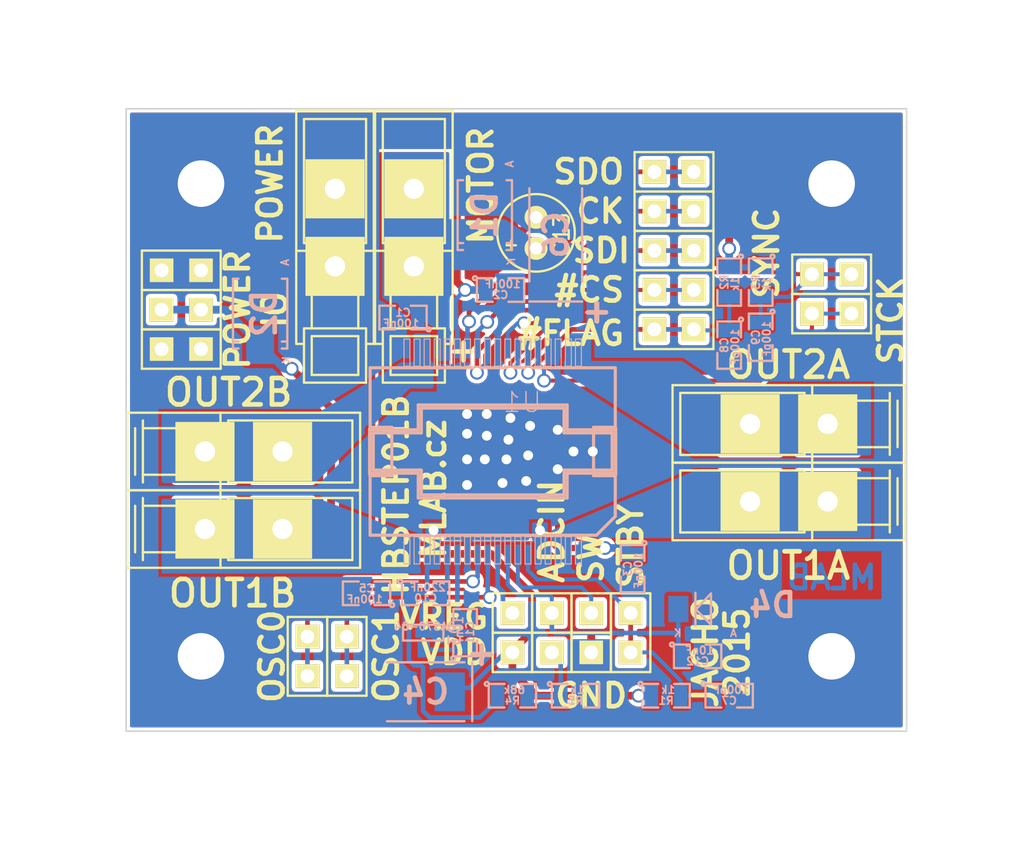
<source format=kicad_pcb>
(kicad_pcb (version 4) (host pcbnew "(2015-05-13 BZR 5653)-product")
  (layers (0 F.Cu signal) (31 B.Cu signal) (34 B.Paste user) (35 F.Paste user) (36 B.SilkS user) (37 F.SilkS user) (38 B.Mask user) (39 F.Mask user) (44 Edge.Cuts user))
  (net 0 "")
  (net 1 VSS)
  (net 2 GND)
  (net 3 VDD)
  (net 4 "Net-(C10-Pad2)")
  (net 5 "Net-(J25-Pad1)")
  (net 6 /STBY)
  (net 7 /FLAG)
  (net 8 /SYNC)
  (net 9 "Net-(C11-Pad2)")
  (net 10 /STCK)
  (net 11 "Net-(J19-Pad1)")
  (net 12 /ADCIN)
  (net 13 /CS)
  (net 14 /CK)
  (net 15 /SDO)
  (net 16 /SDI)
  (net 17 /OSCI)
  (net 18 /OSCO)
  (net 19 /SW)
  (net 20 "Net-(C11-Pad1)")
  (net 21 /1A)
  (net 22 /2A)
  (net 23 /1B)
  (net 24 /2B)
  (module Mlab_Con:WAGO256 (layer F.Cu) (at 13.716 -32.766 270)
    (fp_text reference J5 hide)
    (fp_text value CONN1_1 hide)
    (pad 1 thru_hole rect (at -2.46 0) (size 3.81 3.81) (drill 1.3) (layers *.Cu *.Mask F.SilkS) (net 2 GND))
    (pad 1 thru_hole rect (at 2.54 0) (size 3.81 3.81) (drill 1.3) (layers *.Cu *.Mask F.SilkS) (net 2 GND))
  )
  (module Mlab_Con:WAGO256 (layer F.Cu) (at 18.796 -32.766 270)
    (fp_text reference J4 hide)
    (fp_text value CONN1_1 hide)
    (pad 1 thru_hole rect (at -2.46 0) (size 3.81 3.81) (drill 1.3) (layers *.Cu *.Mask F.SilkS) (net 1 VSS))
    (pad 1 thru_hole rect (at 2.54 0) (size 3.81 3.81) (drill 1.3) (layers *.Cu *.Mask F.SilkS) (net 1 VSS))
  )
  (module Mlab_R:SMD-0805 (layer B.Cu) (at 29.21 -2.54)
    (fp_text reference R5 (at 0 0.3175) (layer B.SilkS) (effects (font (size 0.50038 0.50038) (thickness 0.10922)) (justify mirror)))
    (fp_text value 1k (at 0.127 -0.381) (layer B.SilkS) (effects (font (size 0.50038 0.50038) (thickness 0.10922)) (justify mirror)))
    (pad 1 smd rect (at -0.9525 0) (size 0.889 1.397) (layers B.Cu B.Paste B.Mask) (net 5 "Net-(J25-Pad1)"))
    (pad 2 smd rect (at 0.9525 0) (size 0.889 1.397) (layers B.Cu B.Paste B.Mask) (net 2 GND))
  )
  (module Mlab_R:SMD-0805 (layer B.Cu) (at 25.146 -2.54)
    (fp_text reference R4 (at 0 0.3175) (layer B.SilkS) (effects (font (size 0.50038 0.50038) (thickness 0.10922)) (justify mirror)))
    (fp_text value 68k (at 0.127 -0.381) (layer B.SilkS) (effects (font (size 0.50038 0.50038) (thickness 0.10922)) (justify mirror)))
    (pad 1 smd rect (at -0.9525 0) (size 0.889 1.397) (layers B.Cu B.Paste B.Mask) (net 1 VSS))
    (pad 2 smd rect (at 0.9525 0) (size 0.889 1.397) (layers B.Cu B.Paste B.Mask) (net 5 "Net-(J25-Pad1)"))
  )
  (module Mlab_R:SMD-0805 (layer B.Cu) (at 41.148 -29.21 270)
    (fp_text reference R3 (at 0 0.3175 270) (layer B.SilkS) (effects (font (size 0.50038 0.50038) (thickness 0.10922)) (justify mirror)))
    (fp_text value 1k (at 0.127 -0.381 270) (layer B.SilkS) (effects (font (size 0.50038 0.50038) (thickness 0.10922)) (justify mirror)))
    (pad 1 smd rect (at -0.9525 0 270) (size 0.889 1.397) (layers B.Cu B.Paste B.Mask) (net 3 VDD))
    (pad 2 smd rect (at 0.9525 0 270) (size 0.889 1.397) (layers B.Cu B.Paste B.Mask) (net 8 /SYNC))
  )
  (module Mlab_R:SMD-0805 (layer B.Cu) (at 39.116 -29.21 270)
    (fp_text reference R2 (at 0 0.3175 270) (layer B.SilkS) (effects (font (size 0.50038 0.50038) (thickness 0.10922)) (justify mirror)))
    (fp_text value 1k (at 0.127 -0.381 270) (layer B.SilkS) (effects (font (size 0.50038 0.50038) (thickness 0.10922)) (justify mirror)))
    (pad 1 smd rect (at -0.9525 0 270) (size 0.889 1.397) (layers B.Cu B.Paste B.Mask) (net 3 VDD))
    (pad 2 smd rect (at 0.9525 0 270) (size 0.889 1.397) (layers B.Cu B.Paste B.Mask) (net 7 /FLAG))
  )
  (module Mlab_R:SMD-0805 (layer B.Cu) (at 35.052 -2.54)
    (fp_text reference R1 (at 0 0.3175) (layer B.SilkS) (effects (font (size 0.50038 0.50038) (thickness 0.10922)) (justify mirror)))
    (fp_text value 1k (at 0.127 -0.381) (layer B.SilkS) (effects (font (size 0.50038 0.50038) (thickness 0.10922)) (justify mirror)))
    (pad 1 smd rect (at -0.9525 0) (size 0.889 1.397) (layers B.Cu B.Paste B.Mask) (net 3 VDD))
    (pad 2 smd rect (at 0.9525 0) (size 0.889 1.397) (layers B.Cu B.Paste B.Mask) (net 6 /STBY))
  )
  (module Mlab_Mechanical:MountingHole_3mm (layer F.Cu) (at 45.72 -35.56)
    (fp_text reference P4 hide)
    (fp_text value sroub hide)
    (pad 1 thru_hole circle (at 0 0) (size 6 6) (drill 3) (layers *.Cu *.Adhes *.Mask) (net 2 GND) (clearance 1))
  )
  (module Mlab_Mechanical:MountingHole_3mm (layer F.Cu) (at 45.72 -5.08)
    (fp_text reference P3 hide)
    (fp_text value sroub hide)
    (pad 1 thru_hole circle (at 0 0) (size 6 6) (drill 3) (layers *.Cu *.Adhes *.Mask) (net 2 GND) (clearance 1))
  )
  (module Mlab_Mechanical:MountingHole_3mm (layer F.Cu) (at 5.08 -35.56)
    (fp_text reference P2 hide)
    (fp_text value sroub hide)
    (pad 1 thru_hole circle (at 0 0) (size 6 6) (drill 3) (layers *.Cu *.Adhes *.Mask) (net 2 GND) (clearance 1))
  )
  (module Mlab_Mechanical:MountingHole_3mm (layer F.Cu) (at 5.08 -5.08)
    (fp_text reference P1 hide)
    (fp_text value sroub hide)
    (pad 1 thru_hole circle (at 0 0) (size 6 6) (drill 3) (layers *.Cu *.Adhes *.Mask) (net 2 GND) (clearance 1))
  )
  (module Mlab_Pin_Headers:Straight_1x01 (layer F.Cu) (at 27.686 -5.334)
    (fp_text reference J25 hide)
    (fp_text value CONN1_1 hide)
    (pad 1 thru_hole rect (at 0 0) (size 1.524 1.524) (drill 0.889) (layers *.Cu *.Mask F.SilkS) (net 5 "Net-(J25-Pad1)"))
  )
  (module Mlab_Pin_Headers:Straight_1x01 (layer F.Cu) (at 27.686 -7.874)
    (fp_text reference J24 hide)
    (fp_text value CONN1_1 hide)
    (pad 1 thru_hole rect (at 0 0) (size 1.524 1.524) (drill 0.889) (layers *.Cu *.Mask F.SilkS) (net 12 /ADCIN))
  )
  (module Mlab_Pin_Headers:Straight_1x01 (layer F.Cu) (at 25.146 -7.874)
    (fp_text reference J19 hide)
    (fp_text value CONN1_1 hide)
    (pad 1 thru_hole rect (at 0 0) (size 1.524 1.524) (drill 0.889) (layers *.Cu *.Mask F.SilkS) (net 11 "Net-(J19-Pad1)"))
  )
  (module Mlab_Pin_Headers:Straight_1x01 (layer F.Cu) (at 25.146 -5.334)
    (fp_text reference J18 hide)
    (fp_text value CONN1_1 hide)
    (pad 1 thru_hole rect (at 0 0) (size 1.524 1.524) (drill 0.889) (layers *.Cu *.Mask F.SilkS) (net 3 VDD))
  )
  (module Mlab_Pin_Headers:Straight_1x01 (layer F.Cu) (at 30.226 -5.334)
    (fp_text reference J17 hide)
    (fp_text value CONN1_1 hide)
    (pad 1 thru_hole rect (at 0 0) (size 1.524 1.524) (drill 0.889) (layers *.Cu *.Mask F.SilkS) (net 2 GND))
  )
  (module Mlab_Pin_Headers:Straight_1x01 (layer F.Cu) (at 30.226 -7.874)
    (fp_text reference J16 hide)
    (fp_text value CONN1_1 hide)
    (pad 1 thru_hole rect (at 0 0) (size 1.524 1.524) (drill 0.889) (layers *.Cu *.Mask F.SilkS) (net 19 /SW))
  )
  (module Mlab_Pin_Headers:Straight_2x01 (layer F.Cu) (at 11.938 -5.08 90)
    (fp_text reference J15 hide)
    (fp_text value JUMP_2x1 hide)
    (pad 1 thru_hole rect (at -1.27 0 90) (size 1.524 1.524) (drill 0.889) (layers *.Cu *.Mask F.SilkS) (net 18 /OSCO))
    (pad 2 thru_hole rect (at 1.27 0 90) (size 1.524 1.524) (drill 0.889) (layers *.Cu *.Mask F.SilkS) (net 18 /OSCO))
  )
  (module Mlab_Pin_Headers:Straight_2x01 (layer F.Cu) (at 14.478 -5.08 90)
    (fp_text reference J14 hide)
    (fp_text value JUMP_2x1 hide)
    (pad 1 thru_hole rect (at -1.27 0 90) (size 1.524 1.524) (drill 0.889) (layers *.Cu *.Mask F.SilkS) (net 17 /OSCI))
    (pad 2 thru_hole rect (at 1.27 0 90) (size 1.524 1.524) (drill 0.889) (layers *.Cu *.Mask F.SilkS) (net 17 /OSCI))
  )
  (module Mlab_Pin_Headers:Straight_2x01 (layer F.Cu) (at 35.56 -31.242)
    (fp_text reference J13 hide)
    (fp_text value JUMP_2x1 hide)
    (pad 1 thru_hole rect (at -1.27 0) (size 1.524 1.524) (drill 0.889) (layers *.Cu *.Mask F.SilkS) (net 16 /SDI))
    (pad 2 thru_hole rect (at 1.27 0) (size 1.524 1.524) (drill 0.889) (layers *.Cu *.Mask F.SilkS) (net 16 /SDI))
  )
  (module Mlab_Pin_Headers:Straight_2x01 (layer F.Cu) (at 35.56 -33.782)
    (fp_text reference J11 hide)
    (fp_text value JUMP_2x1 hide)
    (pad 1 thru_hole rect (at -1.27 0) (size 1.524 1.524) (drill 0.889) (layers *.Cu *.Mask F.SilkS) (net 14 /CK))
    (pad 2 thru_hole rect (at 1.27 0) (size 1.524 1.524) (drill 0.889) (layers *.Cu *.Mask F.SilkS) (net 14 /CK))
  )
  (module Mlab_Pin_Headers:Straight_2x01 (layer F.Cu) (at 35.56 -28.702)
    (fp_text reference J10 hide)
    (fp_text value JUMP_2x1 hide)
    (pad 1 thru_hole rect (at -1.27 0) (size 1.524 1.524) (drill 0.889) (layers *.Cu *.Mask F.SilkS) (net 13 /CS))
    (pad 2 thru_hole rect (at 1.27 0) (size 1.524 1.524) (drill 0.889) (layers *.Cu *.Mask F.SilkS) (net 13 /CS))
  )
  (module Mlab_Pin_Headers:Straight_2x01 (layer F.Cu) (at 32.766 -6.604 90)
    (fp_text reference J9 hide)
    (fp_text value JUMP_2x1 hide)
    (pad 1 thru_hole rect (at -1.27 0 90) (size 1.524 1.524) (drill 0.889) (layers *.Cu *.Mask F.SilkS) (net 6 /STBY))
    (pad 2 thru_hole rect (at 1.27 0 90) (size 1.524 1.524) (drill 0.889) (layers *.Cu *.Mask F.SilkS) (net 6 /STBY))
  )
  (module Mlab_Pin_Headers:Straight_2x01 (layer F.Cu) (at 45.72 -27.178)
    (fp_text reference J8 hide)
    (fp_text value JUMP_2x1 hide)
    (pad 1 thru_hole rect (at -1.27 0) (size 1.524 1.524) (drill 0.889) (layers *.Cu *.Mask F.SilkS) (net 10 /STCK))
    (pad 2 thru_hole rect (at 1.27 0) (size 1.524 1.524) (drill 0.889) (layers *.Cu *.Mask F.SilkS) (net 10 /STCK))
  )
  (module Mlab_Pin_Headers:Straight_2x01 (layer F.Cu) (at 45.72 -29.718)
    (fp_text reference J7 hide)
    (fp_text value JUMP_2x1 hide)
    (pad 1 thru_hole rect (at -1.27 0) (size 1.524 1.524) (drill 0.889) (layers *.Cu *.Mask F.SilkS) (net 8 /SYNC))
    (pad 2 thru_hole rect (at 1.27 0) (size 1.524 1.524) (drill 0.889) (layers *.Cu *.Mask F.SilkS) (net 8 /SYNC))
  )
  (module Mlab_Pin_Headers:Straight_2x01 (layer F.Cu) (at 35.56 -26.162)
    (fp_text reference J6 hide)
    (fp_text value JUMP_2x1 hide)
    (pad 1 thru_hole rect (at -1.27 0) (size 1.524 1.524) (drill 0.889) (layers *.Cu *.Mask F.SilkS) (net 7 /FLAG))
    (pad 2 thru_hole rect (at 1.27 0) (size 1.524 1.524) (drill 0.889) (layers *.Cu *.Mask F.SilkS) (net 7 /FLAG))
  )
  (module Mlab_Pin_Headers:Straight_2x01 (layer F.Cu) (at 3.81 -29.972)
    (fp_text reference J3 hide)
    (fp_text value JUMP_2x1 hide)
    (pad 1 thru_hole rect (at -1.27 0) (size 1.524 1.524) (drill 0.889) (layers *.Cu *.Mask F.SilkS) (net 2 GND))
    (pad 2 thru_hole rect (at 1.27 0) (size 1.524 1.524) (drill 0.889) (layers *.Cu *.Mask F.SilkS) (net 2 GND))
  )
  (module Mlab_Pin_Headers:Straight_2x01 (layer F.Cu) (at 3.81 -27.432)
    (fp_text reference J2 hide)
    (fp_text value JUMP_2x1 hide)
    (pad 1 thru_hole rect (at -1.27 0) (size 1.524 1.524) (drill 0.889) (layers *.Cu *.Mask F.SilkS) (net 3 VDD))
    (pad 2 thru_hole rect (at 1.27 0) (size 1.524 1.524) (drill 0.889) (layers *.Cu *.Mask F.SilkS) (net 3 VDD))
  )
  (module Mlab_Pin_Headers:Straight_2x01 (layer F.Cu) (at 3.81 -24.892)
    (fp_text reference J1 hide)
    (fp_text value JUMP_2x1 hide)
    (pad 1 thru_hole rect (at -1.27 0) (size 1.524 1.524) (drill 0.889) (layers *.Cu *.Mask F.SilkS) (net 2 GND))
    (pad 2 thru_hole rect (at 1.27 0) (size 1.524 1.524) (drill 0.889) (layers *.Cu *.Mask F.SilkS) (net 2 GND))
  )
  (module Mlab_D:MiniMELF_Standard (layer B.Cu) (at 37.592 -8.128 180)
    (fp_text reference D4 (at -4.318 0.254 180) (layer B.SilkS) (effects (font (thickness 0.3048)) (justify mirror)))
    (fp_text value BZV55C-3,6V hide)
    (fp_text user A (at -1.80086 -1.5494 180) (layer B.SilkS) (effects (font (size 0.50038 0.50038) (thickness 0.09906)) (justify mirror)))
    (fp_text user K (at 1.80086 -1.5494 180) (layer B.SilkS) (effects (font (size 0.50038 0.50038) (thickness 0.09906)) (justify mirror)))
    (pad 1 smd rect (at -1.75006 0 180) (size 1.30048 1.69926) (layers B.Cu B.Paste B.Mask) (net 2 GND))
    (pad 2 smd rect (at 1.75006 0 180) (size 1.30048 1.69926) (layers B.Cu B.Paste B.Mask) (net 12 /ADCIN))
  )
  (module Mlab_D:SMA_Standard (layer B.Cu) (at 8.89 -27.178 270)
    (fp_text reference D2 (at 0 -0.254 270) (layer B.SilkS) (effects (font (thickness 0.3048)) (justify mirror)))
    (fp_text value M4 hide)
    (fp_text user A (at -3.29946 -1.6002 270) (layer B.SilkS) (effects (font (size 0.50038 0.50038) (thickness 0.09906)) (justify mirror)))
    (fp_text user K (at 2.99974 -1.69926 270) (layer B.SilkS) (effects (font (size 0.50038 0.50038) (thickness 0.09906)) (justify mirror)))
    (pad 1 smd rect (at -1.99898 0 270) (size 2.49936 1.80086) (layers B.Cu B.Paste B.Mask) (net 2 GND))
    (pad 2 smd rect (at 1.99898 0 270) (size 2.49936 1.80086) (layers B.Cu B.Paste B.Mask) (net 3 VDD))
  )
  (module Mlab_D:SMA_Standard (layer B.Cu) (at 23.368 -33.528 270)
    (fp_text reference D1 (at 0 0 270) (layer B.SilkS) (effects (font (thickness 0.3048)) (justify mirror)))
    (fp_text value M4 hide)
    (fp_text user A (at -3.29946 -1.6002 270) (layer B.SilkS) (effects (font (size 0.50038 0.50038) (thickness 0.09906)) (justify mirror)))
    (fp_text user K (at 2.99974 -1.69926 270) (layer B.SilkS) (effects (font (size 0.50038 0.50038) (thickness 0.09906)) (justify mirror)))
    (pad 1 smd rect (at -1.99898 0 270) (size 2.49936 1.80086) (layers B.Cu B.Paste B.Mask) (net 2 GND))
    (pad 2 smd rect (at 1.99898 0 270) (size 2.49936 1.80086) (layers B.Cu B.Paste B.Mask) (net 1 VSS))
  )
  (module Mlab_R:SMD-0805 (layer B.Cu) (at 37.084 -5.08)
    (fp_text reference C12 (at 0 0.3175) (layer B.SilkS) (effects (font (size 0.50038 0.50038) (thickness 0.10922)) (justify mirror)))
    (fp_text value 10nF (at 0.127 -0.381) (layer B.SilkS) (effects (font (size 0.50038 0.50038) (thickness 0.10922)) (justify mirror)))
    (pad 1 smd rect (at -0.9525 0) (size 0.889 1.397) (layers B.Cu B.Paste B.Mask) (net 12 /ADCIN))
    (pad 2 smd rect (at 0.9525 0) (size 0.889 1.397) (layers B.Cu B.Paste B.Mask) (net 2 GND))
  )
  (module Mlab_R:SMD-0805 (layer B.Cu) (at 22.098 -6.604 90)
    (fp_text reference C11 (at 0 0.3175 90) (layer B.SilkS) (effects (font (size 0.50038 0.50038) (thickness 0.10922)) (justify mirror)))
    (fp_text value 10nF (at 0.127 -0.381 90) (layer B.SilkS) (effects (font (size 0.50038 0.50038) (thickness 0.10922)) (justify mirror)))
    (pad 1 smd rect (at -0.9525 0 90) (size 0.889 1.397) (layers B.Cu B.Paste B.Mask) (net 20 "Net-(C11-Pad1)"))
    (pad 2 smd rect (at 0.9525 0 90) (size 0.889 1.397) (layers B.Cu B.Paste B.Mask) (net 9 "Net-(C11-Pad2)"))
  )
  (module Mlab_R:SMD-0805 (layer B.Cu) (at 19.558 -9.144)
    (fp_text reference C10 (at 0 0.3175) (layer B.SilkS) (effects (font (size 0.50038 0.50038) (thickness 0.10922)) (justify mirror)))
    (fp_text value 220nF (at 0.127 -0.381) (layer B.SilkS) (effects (font (size 0.50038 0.50038) (thickness 0.10922)) (justify mirror)))
    (pad 1 smd rect (at -0.9525 0) (size 0.889 1.397) (layers B.Cu B.Paste B.Mask) (net 1 VSS))
    (pad 2 smd rect (at 0.9525 0) (size 0.889 1.397) (layers B.Cu B.Paste B.Mask) (net 4 "Net-(C10-Pad2)"))
  )
  (module Mlab_R:SMD-0805 (layer B.Cu) (at 41.148 -25.654 270)
    (fp_text reference C9 (at 0 0.3175 270) (layer B.SilkS) (effects (font (size 0.50038 0.50038) (thickness 0.10922)) (justify mirror)))
    (fp_text value 100pF (at 0.127 -0.381 270) (layer B.SilkS) (effects (font (size 0.50038 0.50038) (thickness 0.10922)) (justify mirror)))
    (pad 1 smd rect (at -0.9525 0 270) (size 0.889 1.397) (layers B.Cu B.Paste B.Mask) (net 8 /SYNC))
    (pad 2 smd rect (at 0.9525 0 270) (size 0.889 1.397) (layers B.Cu B.Paste B.Mask) (net 2 GND))
  )
  (module Mlab_R:SMD-0805 (layer B.Cu) (at 39.116 -25.146 270)
    (fp_text reference C8 (at 0 0.3175 270) (layer B.SilkS) (effects (font (size 0.50038 0.50038) (thickness 0.10922)) (justify mirror)))
    (fp_text value 100pF (at 0.127 -0.381 270) (layer B.SilkS) (effects (font (size 0.50038 0.50038) (thickness 0.10922)) (justify mirror)))
    (pad 1 smd rect (at -0.9525 0 270) (size 0.889 1.397) (layers B.Cu B.Paste B.Mask) (net 7 /FLAG))
    (pad 2 smd rect (at 0.9525 0 270) (size 0.889 1.397) (layers B.Cu B.Paste B.Mask) (net 2 GND))
  )
  (module Mlab_R:SMD-0805 (layer B.Cu) (at 39.116 -2.54)
    (fp_text reference C7 (at 0 0.3175) (layer B.SilkS) (effects (font (size 0.50038 0.50038) (thickness 0.10922)) (justify mirror)))
    (fp_text value 100pF (at 0.127 -0.381) (layer B.SilkS) (effects (font (size 0.50038 0.50038) (thickness 0.10922)) (justify mirror)))
    (pad 1 smd rect (at -0.9525 0) (size 0.889 1.397) (layers B.Cu B.Paste B.Mask) (net 6 /STBY))
    (pad 2 smd rect (at 0.9525 0) (size 0.889 1.397) (layers B.Cu B.Paste B.Mask) (net 2 GND))
  )
  (module Mlab_C:TantalC_SizeC_Reflow (layer B.Cu) (at 27.94 -32.258 90)
    (fp_text reference C6 (at 0 0 90) (layer B.SilkS) (effects (font (thickness 0.3048)) (justify mirror)))
    (fp_text value 47uF/16V hide)
    (fp_text user + (at -4.99872 2.55016 90) (layer B.SilkS) (effects (font (thickness 0.3048)) (justify mirror)))
    (pad 2 smd rect (at 2.52476 0 90) (size 2.55016 2.49936) (layers B.Cu B.Paste B.Mask) (net 2 GND))
    (pad 1 smd rect (at -2.52476 0 90) (size 2.55016 2.49936) (layers B.Cu B.Paste B.Mask) (net 1 VSS))
  )
  (module Mlab_R:SMD-0805 (layer B.Cu) (at 15.748 -9.144 180)
    (fp_text reference C5 (at 0 0.3175 180) (layer B.SilkS) (effects (font (size 0.50038 0.50038) (thickness 0.10922)) (justify mirror)))
    (fp_text value 100nF (at 0.127 -0.381 180) (layer B.SilkS) (effects (font (size 0.50038 0.50038) (thickness 0.10922)) (justify mirror)))
    (pad 1 smd rect (at -0.9525 0 180) (size 0.889 1.397) (layers B.Cu B.Paste B.Mask) (net 1 VSS))
    (pad 2 smd rect (at 0.9525 0 180) (size 0.889 1.397) (layers B.Cu B.Paste B.Mask) (net 2 GND))
  )
  (module Mlab_C:TantalC_SizeB_Reflow (layer B.Cu) (at 19.558 -2.794 180)
    (fp_text reference C4 (at 0 0 180) (layer B.SilkS) (effects (font (thickness 0.3048)) (justify mirror)))
    (fp_text value 10uF hide)
    (fp_text user + (at -3.59918 2.49936 180) (layer B.SilkS) (effects (font (thickness 0.3048)) (justify mirror)))
    (pad 2 smd rect (at 1.5494 0 180) (size 1.95072 2.49936) (layers B.Cu B.Paste B.Mask) (net 2 GND))
    (pad 1 smd rect (at -1.5494 0 180) (size 1.95072 2.49936) (layers B.Cu B.Paste B.Mask) (net 3 VDD))
  )
  (module Mlab_R:SMD-0805 (layer B.Cu) (at 32.893 -10.7315 270)
    (fp_text reference C3 (at 0 0.3175 270) (layer B.SilkS) (effects (font (size 0.50038 0.50038) (thickness 0.10922)) (justify mirror)))
    (fp_text value 100nF (at 0.127 -0.381 270) (layer B.SilkS) (effects (font (size 0.50038 0.50038) (thickness 0.10922)) (justify mirror)))
    (pad 1 smd rect (at -0.9525 0 270) (size 0.889 1.397) (layers B.Cu B.Paste B.Mask) (net 1 VSS))
    (pad 2 smd rect (at 0.9525 0 270) (size 0.889 1.397) (layers B.Cu B.Paste B.Mask) (net 2 GND))
  )
  (module Mlab_R:SMD-0805 (layer B.Cu) (at 24.384 -28.702)
    (fp_text reference C2 (at 0 0.3175) (layer B.SilkS) (effects (font (size 0.50038 0.50038) (thickness 0.10922)) (justify mirror)))
    (fp_text value 100nF (at 0.127 -0.381) (layer B.SilkS) (effects (font (size 0.50038 0.50038) (thickness 0.10922)) (justify mirror)))
    (pad 1 smd rect (at -0.9525 0) (size 0.889 1.397) (layers B.Cu B.Paste B.Mask) (net 3 VDD))
    (pad 2 smd rect (at 0.9525 0) (size 0.889 1.397) (layers B.Cu B.Paste B.Mask) (net 2 GND))
  )
  (module Mlab_R:SMD-0805 (layer B.Cu) (at 18.0975 -26.924 180)
    (fp_text reference C1 (at 0 0.3175 180) (layer B.SilkS) (effects (font (size 0.50038 0.50038) (thickness 0.10922)) (justify mirror)))
    (fp_text value 100nF (at 0.127 -0.381 180) (layer B.SilkS) (effects (font (size 0.50038 0.50038) (thickness 0.10922)) (justify mirror)))
    (pad 1 smd rect (at -0.9525 0 180) (size 0.889 1.397) (layers B.Cu B.Paste B.Mask) (net 1 VSS))
    (pad 2 smd rect (at 0.9525 0 180) (size 0.889 1.397) (layers B.Cu B.Paste B.Mask) (net 2 GND))
  )
  (module Mlab_IO:POWERSO36 (layer B.Cu) (at 23.876 -18.288 180)
    (fp_text reference U1 (at -1.905 3.175 180) (layer B.SilkS) (effects (font (size 1.27 1.27) (thickness 0.0889)) (justify mirror)))
    (fp_text value L6470 hide)
    (pad 1 smd rect (at -5.5245 -6.69798 180) (size 0.39878 1.39954) (layers B.Cu B.Paste B.Mask) (net 2 GND))
    (pad 2 smd rect (at -4.87426 -6.69798 180) (size 0.39878 1.39954) (layers B.Cu B.Paste B.Mask) (net 21 /1A))
    (pad 3 smd rect (at -4.22402 -6.69798 180) (size 0.39878 1.39954) (layers B.Cu B.Paste B.Mask) (net 21 /1A))
    (pad 4 smd rect (at -3.57378 -6.69798 180) (size 0.39878 1.39954) (layers B.Cu B.Paste B.Mask) (net 1 VSS))
    (pad 5 smd rect (at -2.92354 -6.69798 180) (size 0.39878 1.39954) (layers B.Cu B.Paste B.Mask) (net 1 VSS))
    (pad 6 smd rect (at -2.2733 -6.69798 180) (size 0.39878 1.39954) (layers B.Cu B.Paste B.Mask) (net 6 /STBY))
    (pad 7 smd rect (at -1.62306 -6.69798 180) (size 0.39878 1.39954) (layers B.Cu B.Paste B.Mask) (net 19 /SW))
    (pad 8 smd rect (at -0.97282 -6.69798 180) (size 0.39878 1.39954) (layers B.Cu B.Paste B.Mask) (net 12 /ADCIN))
    (pad 9 smd rect (at -0.32258 -6.69798 180) (size 0.39878 1.39954) (layers B.Cu B.Paste B.Mask) (net 11 "Net-(J19-Pad1)"))
    (pad 10 smd rect (at 0.32258 -6.69798 180) (size 0.39878 1.39954) (layers B.Cu B.Paste B.Mask) (net 17 /OSCI))
    (pad 11 smd rect (at 0.97282 -6.69798 180) (size 0.39878 1.39954) (layers B.Cu B.Paste B.Mask) (net 18 /OSCO))
    (pad 12 smd rect (at 1.62306 -6.69798 180) (size 0.39878 1.39954) (layers B.Cu B.Paste B.Mask) (net 2 GND))
    (pad 13 smd rect (at 2.2733 -6.69798 180) (size 0.39878 1.39954) (layers B.Cu B.Paste B.Mask) (net 9 "Net-(C11-Pad2)"))
    (pad 14 smd rect (at 2.92354 -6.69798 180) (size 0.39878 1.39954) (layers B.Cu B.Paste B.Mask) (net 4 "Net-(C10-Pad2)"))
    (pad 15 smd rect (at 3.57378 -6.69798 180) (size 0.39878 1.39954) (layers B.Cu B.Paste B.Mask) (net 1 VSS))
    (pad 16 smd rect (at 4.22402 -6.69798 180) (size 0.39878 1.39954) (layers B.Cu B.Paste B.Mask) (net 1 VSS))
    (pad 17 smd rect (at 4.87426 -6.69798 180) (size 0.39878 1.39954) (layers B.Cu B.Paste B.Mask) (net 23 /1B))
    (pad 18 smd rect (at 5.5245 -6.69798 180) (size 0.39878 1.39954) (layers B.Cu B.Paste B.Mask) (net 23 /1B))
    (pad 19 smd rect (at 5.5245 6.69798 180) (size 0.39878 1.39954) (layers B.Cu B.Paste B.Mask) (net 2 GND))
    (pad 20 smd rect (at 4.87426 6.69798 180) (size 0.39878 1.39954) (layers B.Cu B.Paste B.Mask) (net 24 /2B))
    (pad 21 smd rect (at 4.22402 6.69798 180) (size 0.39878 1.39954) (layers B.Cu B.Paste B.Mask) (net 24 /2B))
    (pad 22 smd rect (at 3.57378 6.69798 180) (size 0.39878 1.39954) (layers B.Cu B.Paste B.Mask) (net 1 VSS))
    (pad 23 smd rect (at 2.92354 6.69798 180) (size 0.39878 1.39954) (layers B.Cu B.Paste B.Mask) (net 1 VSS))
    (pad 24 smd rect (at 2.2733 6.69798 180) (size 0.39878 1.39954) (layers B.Cu B.Paste B.Mask) (net 3 VDD))
    (pad 25 smd rect (at 1.62306 6.69798 180) (size 0.39878 1.39954) (layers B.Cu B.Paste B.Mask) (net 15 /SDO))
    (pad 26 smd rect (at 0.97282 6.69798 180) (size 0.39878 1.39954) (layers B.Cu B.Paste B.Mask) (net 14 /CK))
    (pad 27 smd rect (at 0.32258 6.69798 180) (size 0.39878 1.39954) (layers B.Cu B.Paste B.Mask) (net 16 /SDI))
    (pad 28 smd rect (at -0.32258 6.69798 180) (size 0.39878 1.39954) (layers B.Cu B.Paste B.Mask) (net 2 GND))
    (pad 29 smd rect (at -0.97282 6.69798 180) (size 0.39878 1.39954) (layers B.Cu B.Paste B.Mask) (net 8 /SYNC))
    (pad 30 smd rect (at -1.62306 6.69798 180) (size 0.39878 1.39954) (layers B.Cu B.Paste B.Mask) (net 13 /CS))
    (pad 31 smd rect (at -2.2733 6.69798 180) (size 0.39878 1.39954) (layers B.Cu B.Paste B.Mask) (net 7 /FLAG))
    (pad 32 smd rect (at -2.92354 6.69798 180) (size 0.39878 1.39954) (layers B.Cu B.Paste B.Mask) (net 10 /STCK))
    (pad 33 smd rect (at -3.57378 6.69798 180) (size 0.39878 1.39954) (layers B.Cu B.Paste B.Mask) (net 1 VSS))
    (pad 34 smd rect (at -4.22402 6.69798 180) (size 0.39878 1.39954) (layers B.Cu B.Paste B.Mask) (net 1 VSS))
    (pad 35 smd rect (at -4.87426 6.69798 180) (size 0.39878 1.39954) (layers B.Cu B.Paste B.Mask) (net 22 /2A))
    (pad 36 smd rect (at -5.5245 6.69798 180) (size 0.39878 1.39954) (layers B.Cu B.Paste B.Mask) (net 22 /2A))
    (pad 51 smd rect (at 0 0 180) (size 9.79932 6.1976) (layers B.Cu B.Paste B.Mask) (net 2 GND))
    (pad 50 smd rect (at -6.44906 0 180) (size 3.0988 2.89814) (layers B.Cu B.Paste B.Mask) (net 2 GND))
    (pad 52 smd rect (at 6.44906 0 180) (size 3.0988 2.89814) (layers B.Cu B.Paste B.Mask) (net 2 GND))
  )
  (module Mlab_IO:SOT-23 (layer B.Cu) (at 19.431 -6.604)
    (fp_text reference D3 (at 1.99898 0.09906 270) (layer B.SilkS) (effects (font (size 0.762 0.762) (thickness 0.11938)) (justify mirror)))
    (fp_text value "BAS70-04\n\n" (at 0.0635 0) (layer B.SilkS) (effects (font (size 0.50038 0.50038) (thickness 0.09906)) (justify mirror)))
    (pad 3 smd rect (at 0 1.09982) (size 0.8001 1.00076) (layers B.Cu B.Paste B.Mask) (net 20 "Net-(C11-Pad1)"))
    (pad 2 smd rect (at 0.9525 -1.09982) (size 0.8001 1.00076) (layers B.Cu B.Paste B.Mask) (net 4 "Net-(C10-Pad2)"))
    (pad 1 smd rect (at -0.9525 -1.09982) (size 0.8001 1.00076) (layers B.Cu B.Paste B.Mask) (net 1 VSS))
  )
  (module Capacitors_Elko_ThroughHole:Elko_vert_11x5mm_RM2_CopperClear (layer F.Cu) (at 26.67 -31.369 90)
    (fp_text reference C13 (at 0.889 1.651 270) (layer F.SilkS))
    (fp_text value 100uF/50V hide)
    (pad 1 thru_hole circle (at 0.01524 0 90) (size 1.48082 1.48082) (drill 0.8001) (layers *.Cu *.Mask F.SilkS) (net 1 VSS))
    (pad 2 thru_hole circle (at 2.01676 0 90) (size 1.48082 1.48082) (drill 0.8001) (layers *.Cu *.Mask F.SilkS) (net 2 GND))
  )
  (module Mlab_Pin_Headers:Straight_2x01 (layer F.Cu) (at 35.56 -36.322)
    (fp_text reference J12 hide)
    (fp_text value JUMP_2x1 hide)
    (pad 1 thru_hole rect (at -1.27 0) (size 1.524 1.524) (drill 0.889) (layers *.Cu *.Mask F.SilkS) (net 15 /SDO))
    (pad 2 thru_hole rect (at 1.27 0) (size 1.524 1.524) (drill 0.889) (layers *.Cu *.Mask F.SilkS) (net 15 /SDO))
  )
  (module Mlab_Con:WAGO256_2 (layer F.Cu) (at 7.874 -18.288 180)
    (fp_text reference J23 hide)
    (fp_text value CONN1_1 hide)
    (pad 1 thru_hole rect (at -2.46 0 270) (size 3.81 3.81) (drill 1.3) (layers *.Cu *.Mask F.SilkS) (net 24 /2B))
    (pad 1 thru_hole rect (at 2.54 0 270) (size 3.81 3.81) (drill 1.3) (layers *.Cu *.Mask F.SilkS) (net 24 /2B))
  )
  (module Mlab_Con:WAGO256_2 (layer F.Cu) (at 7.874 -13.288 180)
    (fp_text reference J22 hide)
    (fp_text value CONN1_1 hide)
    (pad 1 thru_hole rect (at -2.46 0 270) (size 3.81 3.81) (drill 1.3) (layers *.Cu *.Mask F.SilkS) (net 23 /1B))
    (pad 1 thru_hole rect (at 2.54 0 270) (size 3.81 3.81) (drill 1.3) (layers *.Cu *.Mask F.SilkS) (net 23 /1B))
  )
  (module Mlab_Con:WAGO256_2 (layer F.Cu) (at 42.926 -20.066)
    (fp_text reference J21 hide)
    (fp_text value CONN1_1 hide)
    (pad 1 thru_hole rect (at -2.46 0 90) (size 3.81 3.81) (drill 1.3) (layers *.Cu *.Mask F.SilkS) (net 22 /2A))
    (pad 1 thru_hole rect (at 2.54 0 90) (size 3.81 3.81) (drill 1.3) (layers *.Cu *.Mask F.SilkS) (net 22 /2A))
  )
  (module Mlab_Con:WAGO256_2 (layer F.Cu) (at 42.926 -15.066)
    (fp_text reference J20 hide)
    (fp_text value CONN1_1 hide)
    (pad 1 thru_hole rect (at -2.46 0 90) (size 3.81 3.81) (drill 1.3) (layers *.Cu *.Mask F.SilkS) (net 21 /1A))
    (pad 1 thru_hole rect (at 2.54 0 90) (size 3.81 3.81) (drill 1.3) (layers *.Cu *.Mask F.SilkS) (net 21 /1A))
  )
  (gr_text CK (at 32.512 -33.782) (layer F.SilkS) (effects (font (size 1.5 1.5) (thickness 0.3)) (justify right)))
  (gr_text OSC1 (at 17.018 -5.08 90) (layer F.SilkS) (effects (font (size 1.5 1.5) (thickness 0.3))))
  (gr_text OSC0 (at 9.652 -5.08 90) (layer F.SilkS) (effects (font (size 1.5 1.5) (thickness 0.3))))
  (gr_text MLAB (at 45.72 -10.16) (layer B.Cu) (effects (font (size 1.5 1.5) (thickness 0.3)) (justify mirror)))
  (gr_text JACHO (at 37.592 -5.334 90) (layer F.SilkS) (effects (font (size 1.5 1.5) (thickness 0.3))))
  (gr_text 2015 (at 39.624 -5.334 90) (layer F.SilkS) (effects (font (size 1.5 1.5) (thickness 0.3))))
  (gr_text HBSTEP01B (at 17.653 -15.494 90) (layer F.SilkS) (effects (font (size 1.5 1.5) (thickness 0.3))))
  (gr_text MLAB.cz (at 20.066 -15.875 90) (layer F.SilkS) (effects (font (size 1.5 1.5) (thickness 0.3))))
  (gr_text GND (at 30.226 -2.54) (layer F.SilkS) (effects (font (size 1.5 1.5) (thickness 0.3))))
  (gr_text STBY (at 32.766 -12.192 90) (layer F.SilkS) (effects (font (size 1.5 1.5) (thickness 0.3))))
  (gr_text SW (at 30.226 -9.652 90) (layer F.SilkS) (effects (font (size 1.5 1.5) (thickness 0.3)) (justify left)))
  (gr_text ADCIN (at 27.686 -9.652 90) (layer F.SilkS) (effects (font (size 1.5 1.5) (thickness 0.3)) (justify left)))
  (gr_text VREG (at 23.749 -7.62) (layer F.SilkS) (effects (font (size 1.5 1.5) (thickness 0.3)) (justify right)))
  (gr_text VDD (at 23.749 -5.334) (layer F.SilkS) (effects (font (size 1.5 1.5) (thickness 0.3)) (justify right)))
  (gr_text "#FLAG" (at 32.512 -25.908) (layer F.SilkS) (effects (font (size 1.5 1.5) (thickness 0.3)) (justify right)))
  (gr_text SYNC (at 41.529 -34.163 90) (layer F.SilkS) (effects (font (size 1.5 1.5) (thickness 0.3)) (justify right)))
  (gr_text SDI (at 32.893 -31.242) (layer F.SilkS) (effects (font (size 1.5 1.5) (thickness 0.3)) (justify right)))
  (gr_text SDO (at 32.512 -36.322) (layer F.SilkS) (effects (font (size 1.5 1.5) (thickness 0.3)) (justify right)))
  (gr_text STCK (at 49.53 -29.718 90) (layer F.SilkS) (effects (font (size 1.5 1.5) (thickness 0.3)) (justify right)))
  (gr_text "#CS" (at 32.512 -28.702) (layer F.SilkS) (effects (font (size 1.5 1.5) (thickness 0.3)) (justify right)))
  (gr_text MOTOR (at 23.114 -35.433 90) (layer F.SilkS) (effects (font (size 1.5 1.5) (thickness 0.3))))
  (gr_text POWER (at 9.525 -35.56 90) (layer F.SilkS) (effects (font (size 1.5 1.5) (thickness 0.3))))
  (gr_text "POWER\nIO\n" (at 8.636 -27.432 90) (layer F.SilkS) (effects (font (size 1.5 1.5) (thickness 0.3))))
  (gr_text + (at 21.9964 -24.8412) (layer F.SilkS) (effects (font (size 1.5 1.5) (thickness 0.3)) (justify mirror)))
  (gr_text OUT1B (at 7.112 -9.144) (layer F.SilkS) (effects (font (size 1.7 1.7) (thickness 0.3))))
  (gr_text OUT2B (at 6.858 -22.098) (layer F.SilkS) (effects (font (size 1.7 1.7) (thickness 0.3))))
  (gr_text OUT2A (at 42.926 -23.876) (layer F.SilkS) (effects (font (size 1.7 1.7) (thickness 0.3))))
  (gr_text OUT1A (at 42.926 -10.922) (layer F.SilkS) (effects (font (size 1.7 1.7) (thickness 0.3))))
  (gr_line (start 50.546 -40.386) (end 0.254 -40.386) (angle 90) (layer Edge.Cuts) (width 0.1))
  (gr_line (start 50.546 -0.254) (end 50.546 -40.386) (angle 90) (layer Edge.Cuts) (width 0.1))
  (gr_line (start 0.254 -0.254) (end 50.546 -0.254) (angle 90) (layer Edge.Cuts) (width 0.1))
  (gr_line (start 0.254 -0.254) (end 0.254 -40.386) (angle 90) (layer Edge.Cuts) (width 0.1))
  (segment (start 19.05 -26.924) (end 19.05 -29.972) (width 0.254) (layer B.Cu) (net 1))
  (segment (start 19.05 -29.972) (end 18.796 -30.226) (width 0.254) (layer B.Cu) (net 1))
  (segment (start 27.44978 -24.98598) (end 28.10002 -24.98598) (width 0.254) (layer B.Cu) (net 1))
  (segment (start 19.65198 -11.59002) (end 20.30222 -11.59002) (width 0.254) (layer B.Cu) (net 1))
  (segment (start 26.79954 -11.59002) (end 27.44978 -11.59002) (width 0.254) (layer B.Cu) (net 1))
  (segment (start 18.796 -30.226) (end 22.06498 -30.226) (width 0.3) (layer B.Cu) (net 1))
  (segment (start 22.06498 -30.226) (end 23.368 -31.52902) (width 0.3) (layer B.Cu) (net 1))
  (segment (start 20.30222 -24.98598) (end 20.95246 -24.98598) (width 0.254) (layer B.Cu) (net 1))
  (segment (start 20.30222 -11.59002) (end 20.30222 -12.97178) (width 0.254) (layer B.Cu) (net 1))
  (segment (start 20.30222 -12.97178) (end 20.066 -13.208) (width 0.254) (layer B.Cu) (net 1))
  (via (at 20.066 -13.208) (size 0.889) (drill 0.635) (layers F.Cu B.Cu) (net 1))
  (segment (start 16.7005 -9.144) (end 18.6055 -9.144) (width 0.3) (layer B.Cu) (net 1))
  (segment (start 19.35 -9.144) (end 18.6055 -9.144) (width 0.3) (layer B.Cu) (net 1))
  (segment (start 19.65198 -9.44598) (end 19.35 -9.144) (width 0.3) (layer B.Cu) (net 1))
  (segment (start 19.65198 -11.59002) (end 19.65198 -9.44598) (width 0.3) (layer B.Cu) (net 1))
  (segment (start 18.39976 -8.93826) (end 18.6055 -9.144) (width 0.3) (layer B.Cu) (net 1))
  (segment (start 18.39976 -7.29996) (end 18.39976 -8.93826) (width 0.3) (layer B.Cu) (net 1))
  (segment (start 19.387961 -4.366881) (end 19.259183 -4.495659) (width 0.3) (layer B.Cu) (net 1))
  (segment (start 19.387961 -1.561197) (end 19.387961 -4.366881) (width 0.3) (layer B.Cu) (net 1))
  (segment (start 19.808839 -1.140319) (end 19.387961 -1.561197) (width 0.3) (layer B.Cu) (net 1))
  (segment (start 23.047819 -1.140319) (end 19.808839 -1.140319) (width 0.3) (layer B.Cu) (net 1))
  (segment (start 24.1935 -2.286) (end 23.047819 -1.140319) (width 0.3) (layer B.Cu) (net 1))
  (segment (start 24.1935 -2.54) (end 24.1935 -2.286) (width 0.3) (layer B.Cu) (net 1))
  (segment (start 26.924 -13.208) (end 28.067 -12.065) (width 0.4) (layer F.Cu) (net 1))
  (via (at 31.114996 -12.065) (size 0.889) (drill 0.635) (layers F.Cu B.Cu) (net 1))
  (segment (start 30.486379 -12.065) (end 31.114996 -12.065) (width 0.4) (layer F.Cu) (net 1))
  (via (at 26.924 -13.208) (size 0.889) (drill 0.635) (layers F.Cu B.Cu) (net 1))
  (segment (start 26.79954 -13.08354) (end 26.924 -13.208) (width 0.254) (layer B.Cu) (net 1))
  (segment (start 26.79954 -11.59002) (end 26.79954 -13.08354) (width 0.254) (layer B.Cu) (net 1))
  (segment (start 28.067 -12.065) (end 30.486379 -12.065) (width 0.4) (layer F.Cu) (net 1))
  (segment (start 32.512 -12.065) (end 32.893 -11.684) (width 0.5) (layer B.Cu) (net 1))
  (segment (start 31.114996 -12.065) (end 32.512 -12.065) (width 0.5) (layer B.Cu) (net 1))
  (segment (start 18.4785 -6.90344) (end 18.4785 -7.70382) (width 0.3) (layer B.Cu) (net 1))
  (segment (start 18.4785 -4.829048) (end 18.4785 -6.90344) (width 0.3) (layer B.Cu) (net 1))
  (segment (start 18.811889 -4.495659) (end 18.4785 -4.829048) (width 0.3) (layer B.Cu) (net 1))
  (segment (start 19.259183 -4.495659) (end 18.811889 -4.495659) (width 0.3) (layer B.Cu) (net 1))
  (segment (start 29.4005 -11.59002) (end 29.85389 -11.59002) (width 0.254) (layer B.Cu) (net 2))
  (segment (start 29.85389 -11.59002) (end 31.66491 -9.779) (width 0.254) (layer B.Cu) (net 2))
  (segment (start 31.66491 -9.779) (end 31.9405 -9.779) (width 0.254) (layer B.Cu) (net 2))
  (segment (start 31.9405 -9.779) (end 32.893 -9.779) (width 0.254) (layer B.Cu) (net 2))
  (segment (start 18.3515 -24.98598) (end 17.89811 -24.98598) (width 0.254) (layer B.Cu) (net 2))
  (segment (start 17.89811 -24.98598) (end 17.145 -25.73909) (width 0.254) (layer B.Cu) (net 2))
  (segment (start 17.145 -25.73909) (end 17.145 -25.9715) (width 0.254) (layer B.Cu) (net 2))
  (segment (start 17.145 -25.9715) (end 17.145 -26.924) (width 0.254) (layer B.Cu) (net 2))
  (segment (start 36.5125 -10.668) (end 36.5125 -10.922) (width 0.254) (layer B.Cu) (net 2))
  (segment (start 13.2715 -25.908) (end 13.2715 -26.162) (width 0.254) (layer B.Cu) (net 2))
  (segment (start 14.19352 -24.98598) (end 13.2715 -25.908) (width 0.254) (layer B.Cu) (net 2))
  (segment (start 18.3515 -24.98598) (end 14.19352 -24.98598) (width 0.254) (layer B.Cu) (net 2))
  (segment (start 38.037415 -9.632035) (end 37.548465 -9.632035) (width 0.254) (layer B.Cu) (net 2))
  (segment (start 39.34206 -8.32739) (end 38.037415 -9.632035) (width 0.254) (layer B.Cu) (net 2))
  (segment (start 39.34206 -8.128) (end 39.34206 -8.32739) (width 0.254) (layer B.Cu) (net 2))
  (segment (start 36.5125 -10.668) (end 37.548465 -9.632035) (width 0.254) (layer B.Cu) (net 2))
  (segment (start 32.512 -18.288) (end 30.32506 -18.288) (width 0.254) (layer F.Cu) (net 2))
  (segment (start 45.72 -5.08) (end 32.512 -18.288) (width 0.254) (layer F.Cu) (net 2))
  (via (at 29.083 -18.288) (size 0.889) (layers F.Cu B.Cu) (net 2))
  (segment (start 29.083 -18.288) (end 30.32506 -18.288) (width 0.254) (layer B.Cu) (net 2))
  (via (at 30.32506 -18.288) (size 0.889) (drill 0.635) (layers F.Cu B.Cu) (net 2))
  (segment (start 30.32506 -18.288) (end 29.083 -18.288) (width 0.254) (layer F.Cu) (net 2))
  (segment (start 26.924 -18.288) (end 23.876 -18.288) (width 0.254) (layer B.Cu) (net 2))
  (segment (start 29.083 -18.161) (end 28.067 -17.145) (width 0.254) (layer F.Cu) (net 2))
  (via (at 28.067 -17.145) (size 0.889) (layers F.Cu B.Cu) (net 2))
  (segment (start 28.067 -17.145) (end 26.924 -18.288) (width 0.254) (layer B.Cu) (net 2))
  (segment (start 29.083 -18.288) (end 29.083 -18.161) (width 0.254) (layer F.Cu) (net 2))
  (segment (start 26.67 -18.288) (end 23.876 -18.288) (width 0.254) (layer B.Cu) (net 2))
  (via (at 28.067 -19.685) (size 0.889) (layers F.Cu B.Cu) (net 2))
  (segment (start 28.067 -19.685) (end 26.67 -18.288) (width 0.254) (layer B.Cu) (net 2))
  (segment (start 28.067 -17.145) (end 28.067 -19.685) (width 0.254) (layer F.Cu) (net 2))
  (segment (start 24.638 -18.288) (end 23.876 -18.288) (width 0.254) (layer B.Cu) (net 2))
  (segment (start 26.543 -19.685) (end 26.289 -19.939) (width 0.254) (layer F.Cu) (net 2))
  (via (at 26.289 -19.939) (size 0.889) (layers F.Cu B.Cu) (net 2))
  (segment (start 26.289 -19.939) (end 24.638 -18.288) (width 0.254) (layer B.Cu) (net 2))
  (segment (start 28.067 -19.685) (end 26.543 -19.685) (width 0.254) (layer F.Cu) (net 2))
  (segment (start 25.908 -18.288) (end 23.876 -18.288) (width 0.254) (layer B.Cu) (net 2))
  (segment (start 26.289 -18.161) (end 26.162 -18.034) (width 0.254) (layer F.Cu) (net 2))
  (via (at 26.162 -18.034) (size 0.889) (layers F.Cu B.Cu) (net 2))
  (segment (start 26.162 -18.034) (end 25.908 -18.288) (width 0.254) (layer B.Cu) (net 2))
  (segment (start 26.289 -19.939) (end 26.289 -18.161) (width 0.254) (layer F.Cu) (net 2))
  (segment (start 24.13 -18.288) (end 23.876 -18.288) (width 0.254) (layer B.Cu) (net 2))
  (segment (start 26.162 -16.51) (end 26.035 -16.383) (width 0.254) (layer F.Cu) (net 2))
  (via (at 26.035 -16.383) (size 0.889) (layers F.Cu B.Cu) (net 2))
  (segment (start 26.035 -16.383) (end 24.13 -18.288) (width 0.254) (layer B.Cu) (net 2))
  (segment (start 26.162 -18.034) (end 26.162 -16.51) (width 0.254) (layer F.Cu) (net 2))
  (segment (start 23.876 -16.891) (end 23.876 -18.288) (width 0.254) (layer B.Cu) (net 2))
  (segment (start 24.638 -16.383) (end 24.511 -16.256) (width 0.254) (layer F.Cu) (net 2))
  (via (at 24.511 -16.256) (size 0.889) (layers F.Cu B.Cu) (net 2))
  (segment (start 24.511 -16.256) (end 23.876 -16.891) (width 0.254) (layer B.Cu) (net 2))
  (segment (start 26.035 -16.383) (end 24.638 -16.383) (width 0.254) (layer F.Cu) (net 2))
  (segment (start 23.876 -17.78) (end 23.876 -18.288) (width 0.254) (layer B.Cu) (net 2))
  (segment (start 22.352 -16.256) (end 22.225 -16.129) (width 0.254) (layer F.Cu) (net 2))
  (via (at 22.225 -16.129) (size 0.889) (layers F.Cu B.Cu) (net 2))
  (segment (start 22.225 -16.129) (end 23.876 -17.78) (width 0.254) (layer B.Cu) (net 2))
  (segment (start 24.511 -16.256) (end 22.352 -16.256) (width 0.254) (layer F.Cu) (net 2))
  (segment (start 22.733 -18.288) (end 23.876 -18.288) (width 0.254) (layer B.Cu) (net 2))
  (segment (start 22.225 -17.907) (end 22.225 -17.78) (width 0.254) (layer F.Cu) (net 2))
  (via (at 22.225 -17.78) (size 0.889) (layers F.Cu B.Cu) (net 2))
  (segment (start 22.225 -17.78) (end 22.733 -18.288) (width 0.254) (layer B.Cu) (net 2))
  (segment (start 22.225 -16.129) (end 22.225 -17.907) (width 0.254) (layer F.Cu) (net 2))
  (segment (start 23.368 -18.288) (end 23.876 -18.288) (width 0.254) (layer B.Cu) (net 2))
  (via (at 22.225 -19.431) (size 0.889) (layers F.Cu B.Cu) (net 2))
  (segment (start 22.225 -19.431) (end 23.368 -18.288) (width 0.254) (layer B.Cu) (net 2))
  (segment (start 22.225 -17.78) (end 22.225 -19.431) (width 0.254) (layer F.Cu) (net 2))
  (segment (start 23.876 -19.05) (end 23.876 -18.288) (width 0.254) (layer B.Cu) (net 2))
  (via (at 22.225 -20.701) (size 0.889) (layers F.Cu B.Cu) (net 2))
  (segment (start 22.225 -20.701) (end 23.876 -19.05) (width 0.254) (layer B.Cu) (net 2))
  (segment (start 22.225 -19.431) (end 22.225 -20.701) (width 0.254) (layer F.Cu) (net 2))
  (segment (start 23.876 -20.32) (end 23.876 -18.288) (width 0.254) (layer B.Cu) (net 2))
  (via (at 23.495 -20.701) (size 0.889) (layers F.Cu B.Cu) (net 2))
  (segment (start 23.495 -20.701) (end 23.876 -20.32) (width 0.254) (layer B.Cu) (net 2))
  (segment (start 22.225 -20.701) (end 23.495 -20.701) (width 0.254) (layer F.Cu) (net 2))
  (segment (start 23.876 -18.923) (end 23.876 -18.288) (width 0.254) (layer B.Cu) (net 2))
  (via (at 23.495 -19.304) (size 0.889) (layers F.Cu B.Cu) (net 2))
  (segment (start 23.495 -19.304) (end 23.876 -18.923) (width 0.254) (layer B.Cu) (net 2))
  (segment (start 23.495 -20.701) (end 23.495 -19.304) (width 0.254) (layer F.Cu) (net 2))
  (segment (start 23.495 -17.907) (end 23.368 -17.78) (width 0.254) (layer F.Cu) (net 2))
  (via (at 23.368 -17.78) (size 0.889) (layers F.Cu B.Cu) (net 2))
  (segment (start 23.368 -17.78) (end 23.876 -18.288) (width 0.254) (layer B.Cu) (net 2))
  (segment (start 23.495 -19.304) (end 23.495 -17.907) (width 0.254) (layer F.Cu) (net 2))
  (segment (start 24.257 -18.288) (end 23.876 -18.288) (width 0.254) (layer B.Cu) (net 2))
  (via (at 24.765 -17.78) (size 0.889) (layers F.Cu B.Cu) (net 2))
  (segment (start 24.765 -17.78) (end 24.257 -18.288) (width 0.254) (layer B.Cu) (net 2))
  (segment (start 23.368 -17.78) (end 24.765 -17.78) (width 0.254) (layer F.Cu) (net 2))
  (segment (start 24.13 -18.288) (end 23.876 -18.288) (width 0.254) (layer B.Cu) (net 2))
  (segment (start 24.765 -18.923) (end 24.892 -19.05) (width 0.254) (layer F.Cu) (net 2))
  (via (at 24.892 -19.05) (size 0.889) (layers F.Cu B.Cu) (net 2))
  (segment (start 24.892 -19.05) (end 24.13 -18.288) (width 0.254) (layer B.Cu) (net 2))
  (segment (start 24.765 -17.78) (end 24.765 -18.923) (width 0.254) (layer F.Cu) (net 2))
  (segment (start 23.876 -19.304) (end 23.876 -18.288) (width 0.254) (layer B.Cu) (net 2))
  (segment (start 24.892 -20.32) (end 25.019 -20.447) (width 0.254) (layer F.Cu) (net 2))
  (via (at 25.019 -20.447) (size 0.889) (layers F.Cu B.Cu) (net 2))
  (segment (start 25.019 -20.447) (end 23.876 -19.304) (width 0.254) (layer B.Cu) (net 2))
  (segment (start 24.892 -19.05) (end 24.892 -20.32) (width 0.254) (layer F.Cu) (net 2))
  (segment (start 29.4005 -11.59002) (end 29.4005 -11.08964) (width 0.254) (layer B.Cu) (net 2))
  (segment (start 33.274 -2.54) (end 26.678 -2.54) (width 0.5) (layer F.Cu) (net 3))
  (segment (start 26.678 -2.54) (end 25.146 -4.072) (width 0.5) (layer F.Cu) (net 3))
  (segment (start 25.146 -4.072) (end 25.146 -5.334) (width 0.5) (layer F.Cu) (net 3))
  (segment (start 34.0995 -2.54) (end 33.274 -2.54) (width 0.5) (layer B.Cu) (net 3))
  (via (at 33.274 -2.54) (size 0.889) (drill 0.635) (layers F.Cu B.Cu) (net 3))
  (segment (start 21.1074 -3.048) (end 22.38276 -3.048) (width 0.3) (layer B.Cu) (net 3))
  (segment (start 22.38276 -3.048) (end 24.66876 -5.334) (width 0.3) (layer B.Cu) (net 3))
  (segment (start 24.66876 -5.334) (end 25.146 -5.334) (width 0.3) (layer B.Cu) (net 3))
  (segment (start 2.54 -27.432) (end 5.08 -27.432) (width 0.5) (layer B.Cu) (net 3))
  (segment (start 6.63702 -27.432) (end 8.89 -25.17902) (width 0.5) (layer B.Cu) (net 3))
  (segment (start 5.08 -27.432) (end 6.63702 -27.432) (width 0.5) (layer B.Cu) (net 3))
  (segment (start 6.342 -27.432) (end 9.398 -30.488) (width 0.5) (layer F.Cu) (net 3))
  (segment (start 5.08 -27.432) (end 6.342 -27.432) (width 0.5) (layer F.Cu) (net 3))
  (segment (start 9.398 -30.488) (end 9.398 -35.625202) (width 0.5) (layer F.Cu) (net 3))
  (segment (start 9.398 -35.625202) (end 9.398 -36.576) (width 0.5) (layer F.Cu) (net 3))
  (segment (start 9.398 -36.576) (end 11.684 -38.862) (width 0.5) (layer F.Cu) (net 3))
  (segment (start 23.4315 -28.702) (end 22.098 -28.702) (width 0.5) (layer B.Cu) (net 3))
  (segment (start 21.653501 -28.257501) (end 22.098 -28.702) (width 0.3) (layer B.Cu) (net 3))
  (segment (start 21.503499 -28.107499) (end 21.653501 -28.257501) (width 0.3) (layer B.Cu) (net 3))
  (segment (start 21.503499 -26.262719) (end 21.503499 -28.107499) (width 0.3) (layer B.Cu) (net 3))
  (segment (start 21.6027 -26.163518) (end 21.503499 -26.262719) (width 0.3) (layer B.Cu) (net 3))
  (segment (start 21.6027 -24.98598) (end 21.6027 -26.163518) (width 0.3) (layer B.Cu) (net 3))
  (segment (start 11.684 -38.862) (end 20.902628 -38.862) (width 0.5) (layer F.Cu) (net 3))
  (via (at 22.098 -28.702) (size 0.889) (drill 0.635) (layers F.Cu B.Cu) (net 3))
  (segment (start 21.564103 -29.235897) (end 22.098 -28.702) (width 0.5) (layer F.Cu) (net 3))
  (segment (start 21.564103 -38.862) (end 21.564103 -29.235897) (width 0.5) (layer F.Cu) (net 3))
  (segment (start 20.902628 -38.862) (end 21.564103 -38.862) (width 0.5) (layer F.Cu) (net 3))
  (segment (start 26.412001 -9.039201) (end 23.767202 -11.684) (width 0.5) (layer F.Cu) (net 3))
  (segment (start 26.412001 -6.708799) (end 26.412001 -9.039201) (width 0.5) (layer F.Cu) (net 3))
  (segment (start 25.037202 -5.334) (end 26.412001 -6.708799) (width 0.5) (layer F.Cu) (net 3))
  (segment (start 25.146 -5.334) (end 25.037202 -5.334) (width 0.5) (layer F.Cu) (net 3))
  (segment (start 23.767202 -11.684) (end 14.986 -11.684) (width 0.5) (layer F.Cu) (net 3))
  (segment (start 14.986 -11.684) (end 13.462 -13.208) (width 0.5) (layer F.Cu) (net 3))
  (via (at 10.922 -23.622) (size 0.889) (drill 0.635) (layers F.Cu B.Cu) (net 3))
  (segment (start 13.462 -21.082) (end 10.922 -23.622) (width 0.5) (layer F.Cu) (net 3))
  (segment (start 13.462 -13.208) (end 13.462 -21.082) (width 0.5) (layer F.Cu) (net 3))
  (segment (start 10.44702 -23.622) (end 8.89 -25.17902) (width 0.5) (layer B.Cu) (net 3))
  (segment (start 10.922 -23.622) (end 10.44702 -23.622) (width 0.5) (layer B.Cu) (net 3))
  (segment (start 21.564103 -38.862) (end 36.721202 -38.862) (width 0.5) (layer F.Cu) (net 3))
  (segment (start 41.148 -30.1625) (end 40.9575 -30.1625) (width 0.5) (layer B.Cu) (net 3))
  (segment (start 40.767002 -30.543498) (end 41.148 -30.1625) (width 0.4) (layer B.Cu) (net 3))
  (segment (start 41.148 -30.1625) (end 39.116 -30.1625) (width 0.4) (layer B.Cu) (net 3))
  (via (at 39.116 -31.369) (size 0.889) (drill 0.635) (layers F.Cu B.Cu) (net 3))
  (segment (start 39.116 -30.1625) (end 39.116 -31.369) (width 0.5) (layer B.Cu) (net 3))
  (segment (start 39.116 -36.467202) (end 38.874077 -36.709125) (width 0.5) (layer F.Cu) (net 3))
  (segment (start 39.116 -31.369) (end 39.116 -36.467202) (width 0.5) (layer F.Cu) (net 3))
  (segment (start 36.721202 -38.862) (end 38.874077 -36.709125) (width 0.5) (layer F.Cu) (net 3))
  (segment (start 20.30222 -9.31672) (end 20.1295 -9.144) (width 0.254) (layer B.Cu) (net 4))
  (segment (start 20.95246 -9.58596) (end 20.95246 -11.59002) (width 0.3) (layer B.Cu) (net 4))
  (segment (start 20.5105 -9.144) (end 20.95246 -9.58596) (width 0.3) (layer B.Cu) (net 4))
  (segment (start 20.5105 -7.83082) (end 20.3835 -7.70382) (width 0.3) (layer B.Cu) (net 4))
  (segment (start 20.5105 -9.144) (end 20.5105 -7.83082) (width 0.3) (layer B.Cu) (net 4))
  (segment (start 28.2575 -2.54) (end 26.0985 -2.54) (width 0.3) (layer B.Cu) (net 5))
  (segment (start 28.2575 -4.7625) (end 27.686 -5.334) (width 0.3) (layer B.Cu) (net 5))
  (segment (start 28.2575 -2.54) (end 28.2575 -4.7625) (width 0.3) (layer B.Cu) (net 5))
  (segment (start 38.1635 -2.54) (end 36.0045 -2.54) (width 0.3) (layer B.Cu) (net 6))
  (segment (start 32.766 -5.2705) (end 32.766 -5.334) (width 0.3) (layer B.Cu) (net 6))
  (segment (start 32.766 -5.334) (end 32.766 -7.874) (width 0.3) (layer F.Cu) (net 6))
  (segment (start 33.782 -5.334) (end 32.766 -5.334) (width 0.254) (layer B.Cu) (net 6))
  (segment (start 34.163 -5.334) (end 33.782 -5.334) (width 0.254) (layer B.Cu) (net 6))
  (segment (start 36.0045 -3.4925) (end 34.163 -5.334) (width 0.254) (layer B.Cu) (net 6))
  (segment (start 36.0045 -2.54) (end 36.0045 -3.4925) (width 0.254) (layer B.Cu) (net 6))
  (segment (start 30.606979 -10.033021) (end 26.752529 -10.033021) (width 0.254) (layer B.Cu) (net 6))
  (segment (start 32.766 -7.874) (end 30.606979 -10.033021) (width 0.254) (layer B.Cu) (net 6))
  (segment (start 26.1493 -10.63625) (end 26.1493 -11.59002) (width 0.254) (layer B.Cu) (net 6))
  (segment (start 26.752529 -10.033021) (end 26.1493 -10.63625) (width 0.254) (layer B.Cu) (net 6))
  (segment (start 34.29 -26.162) (end 36.83 -26.162) (width 0.3) (layer B.Cu) (net 7))
  (segment (start 26.162 -23.368) (end 28.956 -26.162) (width 0.3) (layer F.Cu) (net 7))
  (segment (start 28.956 -26.162) (end 34.29 -26.162) (width 0.3) (layer F.Cu) (net 7))
  (segment (start 26.1493 -24.98598) (end 26.1493 -23.3807) (width 0.3) (layer B.Cu) (net 7))
  (segment (start 26.1493 -23.3807) (end 26.162 -23.368) (width 0.3) (layer B.Cu) (net 7))
  (via (at 26.162 -23.368) (size 0.889) (drill 0.635) (layers F.Cu B.Cu) (net 7))
  (segment (start 39.116 -28.2575) (end 39.116 -26.0985) (width 0.254) (layer B.Cu) (net 7))
  (segment (start 36.8935 -26.0985) (end 36.83 -26.162) (width 0.254) (layer B.Cu) (net 7))
  (segment (start 39.116 -26.0985) (end 36.8935 -26.0985) (width 0.254) (layer B.Cu) (net 7))
  (segment (start 29.811346 -29.845) (end 43.306999 -29.845001) (width 0.254) (layer F.Cu) (net 8))
  (segment (start 43.306999 -29.845001) (end 43.434 -29.718) (width 0.254) (layer F.Cu) (net 8))
  (segment (start 43.434 -29.718) (end 44.45 -29.718) (width 0.254) (layer F.Cu) (net 8))
  (segment (start 25.894365 -26.556636) (end 26.522982 -26.556636) (width 0.254) (layer F.Cu) (net 8))
  (segment (start 25.465706 -26.556636) (end 25.894365 -26.556636) (width 0.254) (layer B.Cu) (net 8))
  (segment (start 24.84882 -25.93975) (end 25.465706 -26.556636) (width 0.254) (layer B.Cu) (net 8))
  (via (at 25.894365 -26.556636) (size 0.889) (drill 0.635) (layers F.Cu B.Cu) (net 8))
  (segment (start 24.84882 -24.98598) (end 24.84882 -25.93975) (width 0.254) (layer B.Cu) (net 8))
  (segment (start 26.522982 -26.556636) (end 29.811346 -29.845) (width 0.254) (layer F.Cu) (net 8))
  (segment (start 44.323 -29.845) (end 44.45 -29.718) (width 0.254) (layer F.Cu) (net 8))
  (segment (start 41.148 -28.2575) (end 41.148 -26.6065) (width 0.254) (layer B.Cu) (net 8))
  (segment (start 44.45 -29.718) (end 46.99 -29.718) (width 0.254) (layer B.Cu) (net 8))
  (segment (start 42.9895 -28.2575) (end 44.45 -29.718) (width 0.254) (layer B.Cu) (net 8))
  (segment (start 41.148 -28.2575) (end 42.9895 -28.2575) (width 0.254) (layer B.Cu) (net 8))
  (segment (start 40.894 -28.2575) (end 41.148 -28.2575) (width 0.254) (layer B.Cu) (net 8))
  (segment (start 21.6027 -8.0518) (end 22.098 -7.5565) (width 0.3) (layer B.Cu) (net 9))
  (segment (start 21.6027 -11.59002) (end 21.6027 -8.0518) (width 0.3) (layer B.Cu) (net 9))
  (segment (start 44.45 -27.178) (end 46.99 -27.178) (width 0.254) (layer B.Cu) (net 10))
  (segment (start 27.184332 -22.856834) (end 41.144834 -22.856834) (width 0.254) (layer F.Cu) (net 10))
  (segment (start 41.144834 -22.856834) (end 44.45 -26.162) (width 0.254) (layer F.Cu) (net 10))
  (segment (start 44.45 -26.162) (end 44.45 -27.178) (width 0.254) (layer F.Cu) (net 10))
  (via (at 27.184332 -22.856834) (size 0.889) (drill 0.635) (layers F.Cu B.Cu) (net 10))
  (segment (start 27.184332 -23.56741) (end 27.184332 -22.856834) (width 0.254) (layer B.Cu) (net 10))
  (segment (start 26.79954 -23.952202) (end 27.184332 -23.56741) (width 0.254) (layer B.Cu) (net 10))
  (segment (start 26.79954 -24.98598) (end 26.79954 -23.952202) (width 0.254) (layer B.Cu) (net 10))
  (segment (start 24.5364 -9.256639) (end 24.5364 -8.4836) (width 0.3) (layer B.Cu) (net 11))
  (segment (start 24.5364 -8.4836) (end 25.146 -7.874) (width 0.3) (layer B.Cu) (net 11))
  (segment (start 24.19858 -11.59002) (end 24.19858 -9.594459) (width 0.3) (layer B.Cu) (net 11))
  (segment (start 24.19858 -9.594459) (end 24.5364 -9.256639) (width 0.3) (layer B.Cu) (net 11))
  (segment (start 24.19858 -9.594459) (end 24.19858 -10.59025) (width 0.3) (layer B.Cu) (net 11))
  (segment (start 24.19858 -10.59025) (end 24.19858 -11.59002) (width 0.3) (layer B.Cu) (net 11))
  (segment (start 27.686 -7.874) (end 27.686 -8.89) (width 0.254) (layer B.Cu) (net 12))
  (segment (start 27.686 -8.89) (end 27.558999 -9.017001) (width 0.254) (layer B.Cu) (net 12))
  (segment (start 27.558999 -9.017001) (end 25.526999 -9.017001) (width 0.254) (layer B.Cu) (net 12))
  (segment (start 25.526999 -9.017001) (end 24.84882 -9.69518) (width 0.254) (layer B.Cu) (net 12))
  (segment (start 24.84882 -9.69518) (end 24.84882 -10.63625) (width 0.254) (layer B.Cu) (net 12))
  (segment (start 24.84882 -10.63625) (end 24.84882 -11.59002) (width 0.254) (layer B.Cu) (net 12))
  (segment (start 35.84194 -5.36956) (end 36.1315 -5.08) (width 0.3) (layer B.Cu) (net 12))
  (segment (start 27.909678 -6.588322) (end 35.84194 -6.588322) (width 0.3) (layer B.Cu) (net 12))
  (segment (start 27.686 -6.812) (end 27.909678 -6.588322) (width 0.3) (layer B.Cu) (net 12))
  (segment (start 27.686 -7.874) (end 27.686 -6.812) (width 0.3) (layer B.Cu) (net 12))
  (segment (start 35.84194 -6.588322) (end 35.84194 -5.36956) (width 0.3) (layer B.Cu) (net 12))
  (segment (start 35.84194 -8.128) (end 35.84194 -6.588322) (width 0.3) (layer B.Cu) (net 12))
  (segment (start 25.019 -23.368) (end 25.019 -23.996617) (width 0.254) (layer F.Cu) (net 13))
  (segment (start 25.019 -23.996617) (end 29.724383 -28.702) (width 0.254) (layer F.Cu) (net 13))
  (segment (start 29.724383 -28.702) (end 33.274 -28.702) (width 0.254) (layer F.Cu) (net 13))
  (segment (start 33.274 -28.702) (end 34.29 -28.702) (width 0.254) (layer F.Cu) (net 13))
  (segment (start 25.49906 -24.98598) (end 25.49906 -23.926802) (width 0.254) (layer B.Cu) (net 13))
  (via (at 25.019 -23.368) (size 0.889) (drill 0.635) (layers F.Cu B.Cu) (net 13))
  (segment (start 25.49906 -23.926802) (end 25.019 -23.446742) (width 0.254) (layer B.Cu) (net 13))
  (segment (start 25.019 -23.446742) (end 25.019 -23.368) (width 0.254) (layer B.Cu) (net 13))
  (segment (start 34.29 -28.702) (end 36.83 -28.702) (width 0.254) (layer B.Cu) (net 13))
  (segment (start 23.523488 -26.641515) (end 24.841119 -27.959146) (width 0.3) (layer F.Cu) (net 14))
  (segment (start 24.841119 -27.959146) (end 26.391044 -27.959146) (width 0.3) (layer F.Cu) (net 14))
  (segment (start 26.391044 -27.959146) (end 32.213898 -33.782) (width 0.3) (layer F.Cu) (net 14))
  (segment (start 32.213898 -33.782) (end 33.228 -33.782) (width 0.3) (layer F.Cu) (net 14))
  (segment (start 33.228 -33.782) (end 34.29 -33.782) (width 0.3) (layer F.Cu) (net 14))
  (via (at 23.523488 -26.641515) (size 0.889) (drill 0.635) (layers F.Cu B.Cu) (net 14))
  (segment (start 22.90318 -26.021207) (end 23.523488 -26.641515) (width 0.3) (layer B.Cu) (net 14))
  (segment (start 22.90318 -24.98598) (end 22.90318 -26.021207) (width 0.3) (layer B.Cu) (net 14))
  (segment (start 34.29 -33.782) (end 36.83 -33.782) (width 0.3) (layer B.Cu) (net 14))
  (segment (start 22.352 -26.67) (end 22.352 -27.298617) (width 0.3) (layer F.Cu) (net 15))
  (segment (start 22.352 -27.298617) (end 24.644383 -29.591) (width 0.3) (layer F.Cu) (net 15))
  (segment (start 24.644383 -29.591) (end 26.497 -29.591) (width 0.3) (layer F.Cu) (net 15))
  (segment (start 26.497 -29.591) (end 33.228 -36.322) (width 0.3) (layer F.Cu) (net 15))
  (segment (start 33.228 -36.322) (end 34.29 -36.322) (width 0.3) (layer F.Cu) (net 15))
  (segment (start 34.29 -36.322) (end 36.83 -36.322) (width 0.3) (layer B.Cu) (net 15))
  (segment (start 22.25294 -24.98598) (end 22.25294 -26.57094) (width 0.3) (layer B.Cu) (net 15))
  (segment (start 22.25294 -26.57094) (end 22.352 -26.67) (width 0.3) (layer B.Cu) (net 15))
  (via (at 22.352 -26.67) (size 0.889) (drill 0.635) (layers F.Cu B.Cu) (net 15))
  (segment (start 34.29 -31.242) (end 33.228 -31.242) (width 0.3) (layer F.Cu) (net 16))
  (segment (start 33.228 -31.242) (end 32.258 -31.242) (width 0.3) (layer F.Cu) (net 16))
  (segment (start 24.838167 -26.700412) (end 24.963519 -26.825764) (width 0.3) (layer F.Cu) (net 16))
  (segment (start 22.86 -24.722245) (end 24.838167 -26.700412) (width 0.3) (layer F.Cu) (net 16))
  (segment (start 26.620523 -27.405137) (end 29.672386 -30.457) (width 0.3) (layer F.Cu) (net 16))
  (segment (start 24.838167 -26.700412) (end 24.838167 -26.75622) (width 0.3) (layer F.Cu) (net 16))
  (segment (start 24.838167 -26.75622) (end 25.487084 -27.405137) (width 0.3) (layer F.Cu) (net 16))
  (segment (start 25.487084 -27.405137) (end 26.620523 -27.405137) (width 0.3) (layer F.Cu) (net 16))
  (segment (start 29.672386 -30.457) (end 31.473 -30.457) (width 0.3) (layer F.Cu) (net 16))
  (segment (start 31.473 -30.457) (end 32.258 -31.242) (width 0.3) (layer F.Cu) (net 16))
  (segment (start 31.496 -30.48) (end 29.727912 -30.48) (width 0.254) (layer F.Cu) (net 16))
  (segment (start 29.727912 -30.48) (end 26.630049 -27.382137) (width 0.254) (layer F.Cu) (net 16))
  (segment (start 26.630049 -27.382137) (end 25.519892 -27.382137) (width 0.254) (layer F.Cu) (net 16))
  (segment (start 25.519892 -27.382137) (end 24.963519 -26.825764) (width 0.254) (layer F.Cu) (net 16))
  (segment (start 31.496 -30.48) (end 32.258 -31.242) (width 0.254) (layer F.Cu) (net 16))
  (segment (start 34.29 -31.242) (end 36.83 -31.242) (width 0.3) (layer B.Cu) (net 16))
  (via (at 22.86 -23.368) (size 0.889) (drill 0.635) (layers F.Cu B.Cu) (net 16))
  (segment (start 23.55342 -24.06142) (end 22.86 -23.368) (width 0.3) (layer B.Cu) (net 16))
  (segment (start 23.55342 -24.98598) (end 23.55342 -24.06142) (width 0.3) (layer B.Cu) (net 16))
  (segment (start 22.86 -23.368) (end 22.86 -24.722245) (width 0.3) (layer F.Cu) (net 16))
  (segment (start 14.478 -3.81) (end 14.478 -6.35) (width 0.3) (layer B.Cu) (net 17))
  (via (at 23.685511 -8.89) (size 0.889) (drill 0.635) (layers F.Cu B.Cu) (net 17))
  (segment (start 23.55342 -9.022091) (end 23.685511 -8.89) (width 0.3) (layer B.Cu) (net 17))
  (segment (start 23.55342 -11.59002) (end 23.55342 -9.022091) (width 0.3) (layer B.Cu) (net 17))
  (segment (start 14.478 -7.412) (end 14.478 -6.35) (width 0.3) (layer F.Cu) (net 17))
  (segment (start 15.956 -8.89) (end 14.478 -7.412) (width 0.3) (layer F.Cu) (net 17))
  (segment (start 23.685511 -8.89) (end 15.956 -8.89) (width 0.3) (layer F.Cu) (net 17))
  (segment (start 11.938 -3.81) (end 11.938 -6.35) (width 0.3) (layer B.Cu) (net 18))
  (via (at 22.606 -9.906) (size 0.889) (drill 0.635) (layers F.Cu B.Cu) (net 18))
  (segment (start 22.90318 -10.20318) (end 22.606 -9.906) (width 0.3) (layer B.Cu) (net 18))
  (segment (start 22.90318 -11.59002) (end 22.90318 -10.20318) (width 0.3) (layer B.Cu) (net 18))
  (segment (start 11.938 -7.412) (end 11.938 -6.35) (width 0.3) (layer F.Cu) (net 18))
  (segment (start 14.432 -9.906) (end 11.938 -7.412) (width 0.3) (layer F.Cu) (net 18))
  (segment (start 22.606 -9.906) (end 14.432 -9.906) (width 0.3) (layer F.Cu) (net 18))
  (segment (start 30.226 -7.874) (end 30.226 -8.89) (width 0.254) (layer B.Cu) (net 19))
  (segment (start 30.226 -8.89) (end 29.590989 -9.525011) (width 0.254) (layer B.Cu) (net 19))
  (segment (start 29.590989 -9.525011) (end 25.780989 -9.525011) (width 0.254) (layer B.Cu) (net 19))
  (segment (start 25.780989 -9.525011) (end 25.49906 -9.80694) (width 0.254) (layer B.Cu) (net 19))
  (segment (start 25.49906 -9.80694) (end 25.49906 -10.63625) (width 0.254) (layer B.Cu) (net 19))
  (segment (start 25.49906 -10.63625) (end 25.49906 -11.59002) (width 0.254) (layer B.Cu) (net 19))
  (segment (start 22.60346 -5.40004) (end 22.606 -5.3975) (width 0.254) (layer B.Cu) (net 20))
  (segment (start 21.95068 -5.50418) (end 22.098 -5.6515) (width 0.3) (layer B.Cu) (net 20))
  (segment (start 19.431 -5.50418) (end 21.95068 -5.50418) (width 0.3) (layer B.Cu) (net 20))
  (zone (net 22) (net_name /2A) (layer B.Cu) (priority 1) (connect_pads yes (clearance 0.2)) (min_thickness 0.2) (fill yes (arc_segments 16) (thermal_gap 0.508) (thermal_bridge_width 0.508))
    (polygon (pts (xy 48.26 -18.034) (xy 36.83 -18.034) (xy 28.448 -23.368) (xy 28.448 -25.908) (xy 29.972 -25.908) (xy 30.226 -25.908) (xy 30.226 -24.13) (xy 36.068 -24.13) (xy 38.354 -22.606) (xy 48.26 -22.606)))
  )
  (zone (net 21) (net_name /1A) (layer B.Cu) (priority 1) (connect_pads yes (clearance 0.2)) (min_thickness 0.2) (fill yes (arc_segments 16) (thermal_gap 0.508) (thermal_bridge_width 0.508))
    (polygon (pts (xy 48.26 -17.018) (xy 36.83 -17.018) (xy 27.686 -13.208) (xy 27.686 -10.414) (xy 28.956 -10.414) (xy 29.21 -10.414) (xy 29.21 -12.7) (xy 48.26 -12.7)))
  )
  (zone (net 24) (net_name /2B) (layer B.Cu) (priority 1) (connect_pads yes (clearance 0.2)) (min_thickness 0.2) (fill yes (arc_segments 16) (thermal_gap 0.508) (thermal_bridge_width 0.508))
    (polygon (pts (xy 2.54 -20.828) (xy 12.7 -20.828) (xy 18.542 -24.384) (xy 18.542 -25.908) (xy 20.066 -25.908) (xy 20.066 -22.86) (xy 20.066 -22.352) (xy 18.542 -22.352) (xy 12.446 -16.256) (xy 2.54 -16.256)))
  )
  (zone (net 23) (net_name /1B) (layer B.Cu) (priority 1) (connect_pads yes (clearance 0.2)) (min_thickness 0.2) (fill yes (arc_segments 16) (thermal_gap 0.508) (thermal_bridge_width 0.508))
    (polygon (pts (xy 2.54 -15.24) (xy 12.7 -15.24) (xy 19.304 -12.7) (xy 19.304 -10.414) (xy 17.78 -10.414) (xy 17.272 -10.414) (xy 2.54 -10.414)))
  )
  (zone (net 1) (net_name VSS) (layer B.Cu) (priority 1) (connect_pads yes (clearance 0.2)) (min_thickness 0.2) (fill yes (arc_segments 16) (thermal_gap 0.508) (thermal_bridge_width 0.508))
    (polygon (pts (xy 29.718 -26.67) (xy 28.448 -26.162) (xy 28.194 -26.162) (xy 28.194 -23.876) (xy 27.178 -23.876) (xy 27.178 -25.908) (xy 26.162 -26.924) (xy 26.162 -29.972) (xy 21.336 -29.972) (xy 21.336 -24.13) (xy 20.32 -24.13) (xy 20.32 -26.162) (xy 16.764 -28.194) (xy 16.764 -37.592) (xy 21.082 -37.592) (xy 21.082 -33.274) (xy 24.638 -33.274) (xy 26.924 -31.75) (xy 29.718 -31.75)))
  )
  (zone (net 2) (net_name GND) (layer B.Cu) (connect_pads yes (clearance 0.2)) (min_thickness 0.2) (fill yes (arc_segments 16) (thermal_gap 0.508) (thermal_bridge_width 0.508))
    (polygon (pts (xy 54.102 4.826) (xy -4.30117 3.810293) (xy -2.794 -41.656) (xy 53.086 -41.148)))
  )
  (zone (net 1) (net_name VSS) (layer B.Cu) (priority 1) (connect_pads yes (clearance 0.2)) (min_thickness 0.2) (fill yes (arc_segments 16) (thermal_gap 0.508) (thermal_bridge_width 0.508))
    (polygon (pts (xy 19.558 -10.668) (xy 20.574 -10.668) (xy 20.574 -13.716) (xy 19.558 -13.716)))
  )
  (zone (net 1) (net_name VSS) (layer B.Cu) (priority 1) (connect_pads yes (clearance 0.2)) (min_thickness 0.2) (fill yes (arc_segments 16) (thermal_gap 0.508) (thermal_bridge_width 0.508))
    (polygon (pts (xy 26.416 -10.668) (xy 27.432 -10.668) (xy 27.432 -13.716) (xy 26.416 -13.716)))
  )
  (zone (net 1) (net_name VSS) (layer F.Cu) (priority 1) (connect_pads yes (clearance 0.2)) (min_thickness 0.2) (fill yes (arc_segments 16) (thermal_gap 0.508) (thermal_bridge_width 0.508))
    (polygon (pts (xy 16.51 -37.592) (xy 21.082 -37.592) (xy 21.082 -14.732) (xy 21.082 -13.97) (xy 27.686 -13.97) (xy 27.686 -12.7) (xy 19.304 -12.7) (xy 16.51 -12.7)))
  )
  (zone (net 2) (net_name GND) (layer F.Cu) (connect_pads (clearance 0.2)) (min_thickness 0.2) (fill yes (arc_segments 16) (thermal_gap 0.508) (thermal_bridge_width 0.508))
    (polygon (pts (xy -6.096 -45.466) (xy 57.404 -43.434) (xy 57.15 7.62) (xy -7.112 7.366) (xy -7.874 6.858)))
  )
)
</source>
